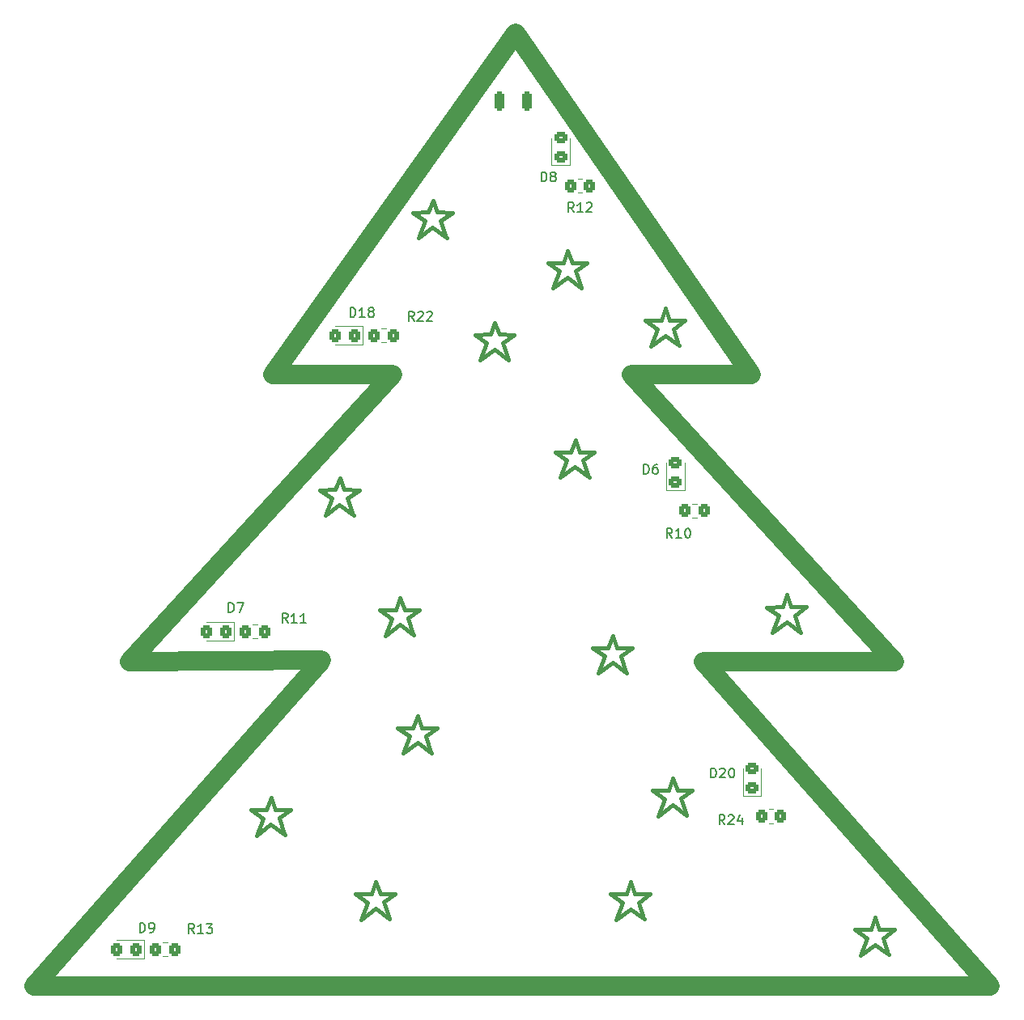
<source format=gto>
G04 #@! TF.GenerationSoftware,KiCad,Pcbnew,7.0.8*
G04 #@! TF.CreationDate,2024-11-08T22:29:11+01:00*
G04 #@! TF.ProjectId,PCB_Christmas_Tree.kicad_pcb_bez_logo_AGH,5043425f-4368-4726-9973-746d61735f54,rev?*
G04 #@! TF.SameCoordinates,Original*
G04 #@! TF.FileFunction,Legend,Top*
G04 #@! TF.FilePolarity,Positive*
%FSLAX46Y46*%
G04 Gerber Fmt 4.6, Leading zero omitted, Abs format (unit mm)*
G04 Created by KiCad (PCBNEW 7.0.8) date 2024-11-08 22:29:11*
%MOMM*%
%LPD*%
G01*
G04 APERTURE LIST*
G04 Aperture macros list*
%AMRoundRect*
0 Rectangle with rounded corners*
0 $1 Rounding radius*
0 $2 $3 $4 $5 $6 $7 $8 $9 X,Y pos of 4 corners*
0 Add a 4 corners polygon primitive as box body*
4,1,4,$2,$3,$4,$5,$6,$7,$8,$9,$2,$3,0*
0 Add four circle primitives for the rounded corners*
1,1,$1+$1,$2,$3*
1,1,$1+$1,$4,$5*
1,1,$1+$1,$6,$7*
1,1,$1+$1,$8,$9*
0 Add four rect primitives between the rounded corners*
20,1,$1+$1,$2,$3,$4,$5,0*
20,1,$1+$1,$4,$5,$6,$7,0*
20,1,$1+$1,$6,$7,$8,$9,0*
20,1,$1+$1,$8,$9,$2,$3,0*%
G04 Aperture macros list end*
%ADD10C,0.400000*%
%ADD11C,2.000000*%
%ADD12C,0.150000*%
%ADD13C,0.120000*%
%ADD14R,3.000000X2.000000*%
%ADD15RoundRect,0.250000X0.325000X0.450000X-0.325000X0.450000X-0.325000X-0.450000X0.325000X-0.450000X0*%
%ADD16RoundRect,0.250000X-0.350000X-0.450000X0.350000X-0.450000X0.350000X0.450000X-0.350000X0.450000X0*%
%ADD17RoundRect,0.250000X-0.250000X-0.750000X0.250000X-0.750000X0.250000X0.750000X-0.250000X0.750000X0*%
%ADD18RoundRect,0.250000X0.450000X-0.325000X0.450000X0.325000X-0.450000X0.325000X-0.450000X-0.325000X0*%
G04 APERTURE END LIST*
D10*
X80375000Y-132220000D02*
X81625000Y-133110000D01*
X83305000Y-133100000D02*
X83855000Y-134760000D01*
X82455000Y-133760000D02*
X80945000Y-134890000D01*
X82485000Y-130940000D02*
X82935000Y-132200000D01*
X82485000Y-130940000D02*
X82025000Y-132200000D01*
X80375000Y-132220000D02*
X82025000Y-132200000D01*
X82455000Y-133760000D02*
X83925000Y-134840000D01*
X81625000Y-133110000D02*
X80945000Y-134890000D01*
X84505000Y-132210000D02*
X82935000Y-132200000D01*
X83305000Y-133100000D02*
X84505000Y-132210000D01*
X123363000Y-102208000D02*
X125013000Y-102188000D01*
D11*
X116723000Y-107878000D02*
X146723000Y-141878000D01*
D10*
X126293000Y-103088000D02*
X126843000Y-104748000D01*
X126293000Y-103088000D02*
X127493000Y-102198000D01*
X104153000Y-86858000D02*
X105353000Y-85968000D01*
X113563000Y-120098000D02*
X114013000Y-121358000D01*
X109136000Y-130966000D02*
X108676000Y-132226000D01*
X132583000Y-135968000D02*
X134233000Y-135948000D01*
X95763000Y-74558000D02*
X96313000Y-76218000D01*
X103303000Y-87518000D02*
X104773000Y-88598000D01*
X89263000Y-61778000D02*
X90463000Y-60888000D01*
X72343000Y-124288000D02*
X72893000Y-125948000D01*
X85023000Y-101218000D02*
X84563000Y-102478000D01*
X102563000Y-64878000D02*
X102103000Y-66138000D01*
D11*
X71723000Y-77878000D02*
X84223000Y-77878000D01*
D10*
X115583000Y-121368000D02*
X114013000Y-121358000D01*
X111453000Y-121378000D02*
X112703000Y-122268000D01*
X94943000Y-72398000D02*
X94483000Y-73658000D01*
D12*
X97658000Y-43532000D02*
X95880000Y-43532000D01*
D10*
X113583000Y-73098000D02*
X114133000Y-74758000D01*
X87043000Y-102488000D02*
X85473000Y-102478000D01*
X92833000Y-73678000D02*
X94483000Y-73658000D01*
X87673000Y-115728000D02*
X88873000Y-114838000D01*
X85843000Y-103378000D02*
X87043000Y-102488000D01*
X86333000Y-60898000D02*
X87983000Y-60878000D01*
X69413000Y-123408000D02*
X70663000Y-124298000D01*
X102473000Y-86868000D02*
X101793000Y-88648000D01*
X85843000Y-103378000D02*
X86393000Y-105038000D01*
X88413000Y-62438000D02*
X89883000Y-63518000D01*
X112763000Y-70938000D02*
X112303000Y-72198000D01*
X134663000Y-137508000D02*
X133153000Y-138638000D01*
X84993000Y-104038000D02*
X83483000Y-105168000D01*
D11*
X146723000Y-141878000D02*
X46723000Y-141878000D01*
D10*
X111156000Y-132236000D02*
X109586000Y-132226000D01*
X79533000Y-90818000D02*
X80733000Y-89928000D01*
X88443000Y-59618000D02*
X87983000Y-60878000D01*
X84163000Y-103388000D02*
X83483000Y-105168000D01*
X107223000Y-107998000D02*
X108693000Y-109078000D01*
X94913000Y-75218000D02*
X96383000Y-76298000D01*
X105143000Y-106458000D02*
X106393000Y-107348000D01*
X109956000Y-133126000D02*
X111156000Y-132236000D01*
X103383000Y-67038000D02*
X104583000Y-66148000D01*
X134693000Y-134688000D02*
X134233000Y-135948000D01*
X88873000Y-114838000D02*
X87303000Y-114828000D01*
X112733000Y-73758000D02*
X114203000Y-74838000D01*
X86823000Y-116388000D02*
X88293000Y-117468000D01*
X114783000Y-72208000D02*
X113213000Y-72198000D01*
X127493000Y-102198000D02*
X125923000Y-102188000D01*
X71493000Y-124948000D02*
X72963000Y-126028000D01*
X96963000Y-73668000D02*
X95393000Y-73658000D01*
X94943000Y-72398000D02*
X95393000Y-73658000D01*
X88413000Y-62438000D02*
X86903000Y-63568000D01*
X87583000Y-61788000D02*
X86903000Y-63568000D01*
X124613000Y-103098000D02*
X123933000Y-104878000D01*
X106393000Y-107348000D02*
X105713000Y-109128000D01*
X108073000Y-107338000D02*
X108623000Y-108998000D01*
X82913000Y-102498000D02*
X84563000Y-102478000D01*
X100453000Y-66158000D02*
X102103000Y-66138000D01*
X104583000Y-66148000D02*
X103013000Y-66138000D01*
X78713000Y-88658000D02*
X78253000Y-89918000D01*
X84993000Y-104038000D02*
X86463000Y-105118000D01*
X78683000Y-91478000D02*
X80153000Y-92558000D01*
X85993000Y-115738000D02*
X85313000Y-117518000D01*
X112703000Y-122268000D02*
X112023000Y-124048000D01*
X104153000Y-86858000D02*
X104703000Y-88518000D01*
X113583000Y-73098000D02*
X114783000Y-72208000D01*
X72343000Y-124288000D02*
X73543000Y-123398000D01*
X76603000Y-89938000D02*
X78253000Y-89918000D01*
X101223000Y-85978000D02*
X102473000Y-86868000D01*
X94083000Y-74568000D02*
X93403000Y-76348000D01*
X114383000Y-122258000D02*
X114933000Y-123918000D01*
X89263000Y-61778000D02*
X89813000Y-63438000D01*
X88443000Y-59618000D02*
X88893000Y-60878000D01*
X103333000Y-84698000D02*
X102873000Y-85958000D01*
X113563000Y-120098000D02*
X113103000Y-121358000D01*
X132583000Y-135968000D02*
X133833000Y-136858000D01*
X112763000Y-70938000D02*
X113213000Y-72198000D01*
X102533000Y-67698000D02*
X104003000Y-68778000D01*
X92833000Y-73678000D02*
X94083000Y-74568000D01*
X103303000Y-87518000D02*
X101793000Y-88648000D01*
X73543000Y-123398000D02*
X71973000Y-123388000D01*
X134693000Y-134688000D02*
X135143000Y-135948000D01*
X125473000Y-100928000D02*
X125013000Y-102188000D01*
X71523000Y-122128000D02*
X71063000Y-123388000D01*
D11*
X97108000Y-42163000D02*
X121723000Y-77878000D01*
D10*
X84743000Y-114848000D02*
X86393000Y-114828000D01*
X90463000Y-60888000D02*
X88893000Y-60878000D01*
X103383000Y-67038000D02*
X103933000Y-68698000D01*
X94913000Y-75218000D02*
X93403000Y-76348000D01*
X109106000Y-133786000D02*
X110576000Y-134866000D01*
X133833000Y-136858000D02*
X133153000Y-138638000D01*
X108276000Y-133136000D02*
X107596000Y-134916000D01*
X125473000Y-100928000D02*
X125923000Y-102188000D01*
X107223000Y-107998000D02*
X105713000Y-109128000D01*
X112733000Y-73758000D02*
X111223000Y-74888000D01*
D11*
X136723000Y-107878000D02*
X116723000Y-107878000D01*
D10*
X78683000Y-91478000D02*
X77173000Y-92608000D01*
X109273000Y-106448000D02*
X107703000Y-106438000D01*
X109106000Y-133786000D02*
X107596000Y-134916000D01*
X134663000Y-137508000D02*
X136133000Y-138588000D01*
X87673000Y-115728000D02*
X88223000Y-117388000D01*
D11*
X76723000Y-107878000D02*
X46723000Y-141878000D01*
D10*
X135513000Y-136848000D02*
X136713000Y-135958000D01*
X111453000Y-121378000D02*
X113103000Y-121358000D01*
X136713000Y-135958000D02*
X135143000Y-135948000D01*
X86823000Y-116388000D02*
X85313000Y-117518000D01*
X125443000Y-103748000D02*
X126913000Y-104828000D01*
X70663000Y-124298000D02*
X69983000Y-126078000D01*
D11*
X109223000Y-77878000D02*
X136723000Y-107878000D01*
D10*
X109136000Y-130966000D02*
X109586000Y-132226000D01*
X108073000Y-107338000D02*
X109273000Y-106448000D01*
X86853000Y-113568000D02*
X86393000Y-114828000D01*
D11*
X97108000Y-42163000D02*
X71723000Y-77878000D01*
D10*
X107026000Y-132246000D02*
X108676000Y-132226000D01*
X86853000Y-113568000D02*
X87303000Y-114828000D01*
X105143000Y-106458000D02*
X106793000Y-106438000D01*
X110653000Y-72218000D02*
X111903000Y-73108000D01*
X71493000Y-124948000D02*
X69983000Y-126078000D01*
X101223000Y-85978000D02*
X102873000Y-85958000D01*
X76603000Y-89938000D02*
X77853000Y-90828000D01*
X69413000Y-123408000D02*
X71063000Y-123388000D01*
X86333000Y-60898000D02*
X87583000Y-61788000D01*
D11*
X84223000Y-77878000D02*
X56723000Y-107878000D01*
D10*
X95763000Y-74558000D02*
X96963000Y-73668000D01*
X85023000Y-101218000D02*
X85473000Y-102478000D01*
X109956000Y-133126000D02*
X110506000Y-134786000D01*
X71523000Y-122128000D02*
X71973000Y-123388000D01*
X102563000Y-64878000D02*
X103013000Y-66138000D01*
X103333000Y-84698000D02*
X103783000Y-85958000D01*
X135513000Y-136848000D02*
X136063000Y-138508000D01*
X102533000Y-67698000D02*
X101023000Y-68828000D01*
X105353000Y-85968000D02*
X103783000Y-85958000D01*
X82913000Y-102498000D02*
X84163000Y-103388000D01*
D11*
X109223000Y-77878000D02*
X121723000Y-77878000D01*
D10*
X111903000Y-73108000D02*
X111223000Y-74888000D01*
X78713000Y-88658000D02*
X79163000Y-89918000D01*
X110653000Y-72218000D02*
X112303000Y-72198000D01*
X125443000Y-103748000D02*
X123933000Y-104878000D01*
X77853000Y-90828000D02*
X77173000Y-92608000D01*
X107253000Y-105178000D02*
X106793000Y-106438000D01*
X79533000Y-90818000D02*
X80083000Y-92478000D01*
X101703000Y-67048000D02*
X101023000Y-68828000D01*
X113533000Y-122918000D02*
X112023000Y-124048000D01*
X107253000Y-105178000D02*
X107703000Y-106438000D01*
X123363000Y-102208000D02*
X124613000Y-103098000D01*
X114383000Y-122258000D02*
X115583000Y-121368000D01*
X113533000Y-122918000D02*
X115003000Y-123998000D01*
D11*
X76743000Y-107758000D02*
X56723000Y-107878000D01*
D10*
X100453000Y-66158000D02*
X101703000Y-67048000D01*
X107026000Y-132246000D02*
X108276000Y-133136000D01*
X80733000Y-89928000D02*
X79163000Y-89918000D01*
X84743000Y-114848000D02*
X85993000Y-115738000D01*
D12*
X57784905Y-136252819D02*
X57784905Y-135252819D01*
X57784905Y-135252819D02*
X58023000Y-135252819D01*
X58023000Y-135252819D02*
X58165857Y-135300438D01*
X58165857Y-135300438D02*
X58261095Y-135395676D01*
X58261095Y-135395676D02*
X58308714Y-135490914D01*
X58308714Y-135490914D02*
X58356333Y-135681390D01*
X58356333Y-135681390D02*
X58356333Y-135824247D01*
X58356333Y-135824247D02*
X58308714Y-136014723D01*
X58308714Y-136014723D02*
X58261095Y-136109961D01*
X58261095Y-136109961D02*
X58165857Y-136205200D01*
X58165857Y-136205200D02*
X58023000Y-136252819D01*
X58023000Y-136252819D02*
X57784905Y-136252819D01*
X58832524Y-136252819D02*
X59023000Y-136252819D01*
X59023000Y-136252819D02*
X59118238Y-136205200D01*
X59118238Y-136205200D02*
X59165857Y-136157580D01*
X59165857Y-136157580D02*
X59261095Y-136014723D01*
X59261095Y-136014723D02*
X59308714Y-135824247D01*
X59308714Y-135824247D02*
X59308714Y-135443295D01*
X59308714Y-135443295D02*
X59261095Y-135348057D01*
X59261095Y-135348057D02*
X59213476Y-135300438D01*
X59213476Y-135300438D02*
X59118238Y-135252819D01*
X59118238Y-135252819D02*
X58927762Y-135252819D01*
X58927762Y-135252819D02*
X58832524Y-135300438D01*
X58832524Y-135300438D02*
X58784905Y-135348057D01*
X58784905Y-135348057D02*
X58737286Y-135443295D01*
X58737286Y-135443295D02*
X58737286Y-135681390D01*
X58737286Y-135681390D02*
X58784905Y-135776628D01*
X58784905Y-135776628D02*
X58832524Y-135824247D01*
X58832524Y-135824247D02*
X58927762Y-135871866D01*
X58927762Y-135871866D02*
X59118238Y-135871866D01*
X59118238Y-135871866D02*
X59213476Y-135824247D01*
X59213476Y-135824247D02*
X59261095Y-135776628D01*
X59261095Y-135776628D02*
X59308714Y-135681390D01*
X103180142Y-60852819D02*
X102846809Y-60376628D01*
X102608714Y-60852819D02*
X102608714Y-59852819D01*
X102608714Y-59852819D02*
X102989666Y-59852819D01*
X102989666Y-59852819D02*
X103084904Y-59900438D01*
X103084904Y-59900438D02*
X103132523Y-59948057D01*
X103132523Y-59948057D02*
X103180142Y-60043295D01*
X103180142Y-60043295D02*
X103180142Y-60186152D01*
X103180142Y-60186152D02*
X103132523Y-60281390D01*
X103132523Y-60281390D02*
X103084904Y-60329009D01*
X103084904Y-60329009D02*
X102989666Y-60376628D01*
X102989666Y-60376628D02*
X102608714Y-60376628D01*
X104132523Y-60852819D02*
X103561095Y-60852819D01*
X103846809Y-60852819D02*
X103846809Y-59852819D01*
X103846809Y-59852819D02*
X103751571Y-59995676D01*
X103751571Y-59995676D02*
X103656333Y-60090914D01*
X103656333Y-60090914D02*
X103561095Y-60138533D01*
X104513476Y-59948057D02*
X104561095Y-59900438D01*
X104561095Y-59900438D02*
X104656333Y-59852819D01*
X104656333Y-59852819D02*
X104894428Y-59852819D01*
X104894428Y-59852819D02*
X104989666Y-59900438D01*
X104989666Y-59900438D02*
X105037285Y-59948057D01*
X105037285Y-59948057D02*
X105084904Y-60043295D01*
X105084904Y-60043295D02*
X105084904Y-60138533D01*
X105084904Y-60138533D02*
X105037285Y-60281390D01*
X105037285Y-60281390D02*
X104465857Y-60852819D01*
X104465857Y-60852819D02*
X105084904Y-60852819D01*
X117508714Y-120052819D02*
X117508714Y-119052819D01*
X117508714Y-119052819D02*
X117746809Y-119052819D01*
X117746809Y-119052819D02*
X117889666Y-119100438D01*
X117889666Y-119100438D02*
X117984904Y-119195676D01*
X117984904Y-119195676D02*
X118032523Y-119290914D01*
X118032523Y-119290914D02*
X118080142Y-119481390D01*
X118080142Y-119481390D02*
X118080142Y-119624247D01*
X118080142Y-119624247D02*
X118032523Y-119814723D01*
X118032523Y-119814723D02*
X117984904Y-119909961D01*
X117984904Y-119909961D02*
X117889666Y-120005200D01*
X117889666Y-120005200D02*
X117746809Y-120052819D01*
X117746809Y-120052819D02*
X117508714Y-120052819D01*
X118461095Y-119148057D02*
X118508714Y-119100438D01*
X118508714Y-119100438D02*
X118603952Y-119052819D01*
X118603952Y-119052819D02*
X118842047Y-119052819D01*
X118842047Y-119052819D02*
X118937285Y-119100438D01*
X118937285Y-119100438D02*
X118984904Y-119148057D01*
X118984904Y-119148057D02*
X119032523Y-119243295D01*
X119032523Y-119243295D02*
X119032523Y-119338533D01*
X119032523Y-119338533D02*
X118984904Y-119481390D01*
X118984904Y-119481390D02*
X118413476Y-120052819D01*
X118413476Y-120052819D02*
X119032523Y-120052819D01*
X119651571Y-119052819D02*
X119746809Y-119052819D01*
X119746809Y-119052819D02*
X119842047Y-119100438D01*
X119842047Y-119100438D02*
X119889666Y-119148057D01*
X119889666Y-119148057D02*
X119937285Y-119243295D01*
X119937285Y-119243295D02*
X119984904Y-119433771D01*
X119984904Y-119433771D02*
X119984904Y-119671866D01*
X119984904Y-119671866D02*
X119937285Y-119862342D01*
X119937285Y-119862342D02*
X119889666Y-119957580D01*
X119889666Y-119957580D02*
X119842047Y-120005200D01*
X119842047Y-120005200D02*
X119746809Y-120052819D01*
X119746809Y-120052819D02*
X119651571Y-120052819D01*
X119651571Y-120052819D02*
X119556333Y-120005200D01*
X119556333Y-120005200D02*
X119508714Y-119957580D01*
X119508714Y-119957580D02*
X119461095Y-119862342D01*
X119461095Y-119862342D02*
X119413476Y-119671866D01*
X119413476Y-119671866D02*
X119413476Y-119433771D01*
X119413476Y-119433771D02*
X119461095Y-119243295D01*
X119461095Y-119243295D02*
X119508714Y-119148057D01*
X119508714Y-119148057D02*
X119556333Y-119100438D01*
X119556333Y-119100438D02*
X119651571Y-119052819D01*
X110484905Y-88252819D02*
X110484905Y-87252819D01*
X110484905Y-87252819D02*
X110723000Y-87252819D01*
X110723000Y-87252819D02*
X110865857Y-87300438D01*
X110865857Y-87300438D02*
X110961095Y-87395676D01*
X110961095Y-87395676D02*
X111008714Y-87490914D01*
X111008714Y-87490914D02*
X111056333Y-87681390D01*
X111056333Y-87681390D02*
X111056333Y-87824247D01*
X111056333Y-87824247D02*
X111008714Y-88014723D01*
X111008714Y-88014723D02*
X110961095Y-88109961D01*
X110961095Y-88109961D02*
X110865857Y-88205200D01*
X110865857Y-88205200D02*
X110723000Y-88252819D01*
X110723000Y-88252819D02*
X110484905Y-88252819D01*
X111913476Y-87252819D02*
X111723000Y-87252819D01*
X111723000Y-87252819D02*
X111627762Y-87300438D01*
X111627762Y-87300438D02*
X111580143Y-87348057D01*
X111580143Y-87348057D02*
X111484905Y-87490914D01*
X111484905Y-87490914D02*
X111437286Y-87681390D01*
X111437286Y-87681390D02*
X111437286Y-88062342D01*
X111437286Y-88062342D02*
X111484905Y-88157580D01*
X111484905Y-88157580D02*
X111532524Y-88205200D01*
X111532524Y-88205200D02*
X111627762Y-88252819D01*
X111627762Y-88252819D02*
X111818238Y-88252819D01*
X111818238Y-88252819D02*
X111913476Y-88205200D01*
X111913476Y-88205200D02*
X111961095Y-88157580D01*
X111961095Y-88157580D02*
X112008714Y-88062342D01*
X112008714Y-88062342D02*
X112008714Y-87824247D01*
X112008714Y-87824247D02*
X111961095Y-87729009D01*
X111961095Y-87729009D02*
X111913476Y-87681390D01*
X111913476Y-87681390D02*
X111818238Y-87633771D01*
X111818238Y-87633771D02*
X111627762Y-87633771D01*
X111627762Y-87633771D02*
X111532524Y-87681390D01*
X111532524Y-87681390D02*
X111484905Y-87729009D01*
X111484905Y-87729009D02*
X111437286Y-87824247D01*
X118980142Y-124952819D02*
X118646809Y-124476628D01*
X118408714Y-124952819D02*
X118408714Y-123952819D01*
X118408714Y-123952819D02*
X118789666Y-123952819D01*
X118789666Y-123952819D02*
X118884904Y-124000438D01*
X118884904Y-124000438D02*
X118932523Y-124048057D01*
X118932523Y-124048057D02*
X118980142Y-124143295D01*
X118980142Y-124143295D02*
X118980142Y-124286152D01*
X118980142Y-124286152D02*
X118932523Y-124381390D01*
X118932523Y-124381390D02*
X118884904Y-124429009D01*
X118884904Y-124429009D02*
X118789666Y-124476628D01*
X118789666Y-124476628D02*
X118408714Y-124476628D01*
X119361095Y-124048057D02*
X119408714Y-124000438D01*
X119408714Y-124000438D02*
X119503952Y-123952819D01*
X119503952Y-123952819D02*
X119742047Y-123952819D01*
X119742047Y-123952819D02*
X119837285Y-124000438D01*
X119837285Y-124000438D02*
X119884904Y-124048057D01*
X119884904Y-124048057D02*
X119932523Y-124143295D01*
X119932523Y-124143295D02*
X119932523Y-124238533D01*
X119932523Y-124238533D02*
X119884904Y-124381390D01*
X119884904Y-124381390D02*
X119313476Y-124952819D01*
X119313476Y-124952819D02*
X119932523Y-124952819D01*
X120789666Y-124286152D02*
X120789666Y-124952819D01*
X120551571Y-123905200D02*
X120313476Y-124619485D01*
X120313476Y-124619485D02*
X120932523Y-124619485D01*
X67074905Y-102752819D02*
X67074905Y-101752819D01*
X67074905Y-101752819D02*
X67313000Y-101752819D01*
X67313000Y-101752819D02*
X67455857Y-101800438D01*
X67455857Y-101800438D02*
X67551095Y-101895676D01*
X67551095Y-101895676D02*
X67598714Y-101990914D01*
X67598714Y-101990914D02*
X67646333Y-102181390D01*
X67646333Y-102181390D02*
X67646333Y-102324247D01*
X67646333Y-102324247D02*
X67598714Y-102514723D01*
X67598714Y-102514723D02*
X67551095Y-102609961D01*
X67551095Y-102609961D02*
X67455857Y-102705200D01*
X67455857Y-102705200D02*
X67313000Y-102752819D01*
X67313000Y-102752819D02*
X67074905Y-102752819D01*
X67979667Y-101752819D02*
X68646333Y-101752819D01*
X68646333Y-101752819D02*
X68217762Y-102752819D01*
X79808714Y-71852819D02*
X79808714Y-70852819D01*
X79808714Y-70852819D02*
X80046809Y-70852819D01*
X80046809Y-70852819D02*
X80189666Y-70900438D01*
X80189666Y-70900438D02*
X80284904Y-70995676D01*
X80284904Y-70995676D02*
X80332523Y-71090914D01*
X80332523Y-71090914D02*
X80380142Y-71281390D01*
X80380142Y-71281390D02*
X80380142Y-71424247D01*
X80380142Y-71424247D02*
X80332523Y-71614723D01*
X80332523Y-71614723D02*
X80284904Y-71709961D01*
X80284904Y-71709961D02*
X80189666Y-71805200D01*
X80189666Y-71805200D02*
X80046809Y-71852819D01*
X80046809Y-71852819D02*
X79808714Y-71852819D01*
X81332523Y-71852819D02*
X80761095Y-71852819D01*
X81046809Y-71852819D02*
X81046809Y-70852819D01*
X81046809Y-70852819D02*
X80951571Y-70995676D01*
X80951571Y-70995676D02*
X80856333Y-71090914D01*
X80856333Y-71090914D02*
X80761095Y-71138533D01*
X81903952Y-71281390D02*
X81808714Y-71233771D01*
X81808714Y-71233771D02*
X81761095Y-71186152D01*
X81761095Y-71186152D02*
X81713476Y-71090914D01*
X81713476Y-71090914D02*
X81713476Y-71043295D01*
X81713476Y-71043295D02*
X81761095Y-70948057D01*
X81761095Y-70948057D02*
X81808714Y-70900438D01*
X81808714Y-70900438D02*
X81903952Y-70852819D01*
X81903952Y-70852819D02*
X82094428Y-70852819D01*
X82094428Y-70852819D02*
X82189666Y-70900438D01*
X82189666Y-70900438D02*
X82237285Y-70948057D01*
X82237285Y-70948057D02*
X82284904Y-71043295D01*
X82284904Y-71043295D02*
X82284904Y-71090914D01*
X82284904Y-71090914D02*
X82237285Y-71186152D01*
X82237285Y-71186152D02*
X82189666Y-71233771D01*
X82189666Y-71233771D02*
X82094428Y-71281390D01*
X82094428Y-71281390D02*
X81903952Y-71281390D01*
X81903952Y-71281390D02*
X81808714Y-71329009D01*
X81808714Y-71329009D02*
X81761095Y-71376628D01*
X81761095Y-71376628D02*
X81713476Y-71471866D01*
X81713476Y-71471866D02*
X81713476Y-71662342D01*
X81713476Y-71662342D02*
X81761095Y-71757580D01*
X81761095Y-71757580D02*
X81808714Y-71805200D01*
X81808714Y-71805200D02*
X81903952Y-71852819D01*
X81903952Y-71852819D02*
X82094428Y-71852819D01*
X82094428Y-71852819D02*
X82189666Y-71805200D01*
X82189666Y-71805200D02*
X82237285Y-71757580D01*
X82237285Y-71757580D02*
X82284904Y-71662342D01*
X82284904Y-71662342D02*
X82284904Y-71471866D01*
X82284904Y-71471866D02*
X82237285Y-71376628D01*
X82237285Y-71376628D02*
X82189666Y-71329009D01*
X82189666Y-71329009D02*
X82094428Y-71281390D01*
X113480142Y-94952819D02*
X113146809Y-94476628D01*
X112908714Y-94952819D02*
X112908714Y-93952819D01*
X112908714Y-93952819D02*
X113289666Y-93952819D01*
X113289666Y-93952819D02*
X113384904Y-94000438D01*
X113384904Y-94000438D02*
X113432523Y-94048057D01*
X113432523Y-94048057D02*
X113480142Y-94143295D01*
X113480142Y-94143295D02*
X113480142Y-94286152D01*
X113480142Y-94286152D02*
X113432523Y-94381390D01*
X113432523Y-94381390D02*
X113384904Y-94429009D01*
X113384904Y-94429009D02*
X113289666Y-94476628D01*
X113289666Y-94476628D02*
X112908714Y-94476628D01*
X114432523Y-94952819D02*
X113861095Y-94952819D01*
X114146809Y-94952819D02*
X114146809Y-93952819D01*
X114146809Y-93952819D02*
X114051571Y-94095676D01*
X114051571Y-94095676D02*
X113956333Y-94190914D01*
X113956333Y-94190914D02*
X113861095Y-94238533D01*
X115051571Y-93952819D02*
X115146809Y-93952819D01*
X115146809Y-93952819D02*
X115242047Y-94000438D01*
X115242047Y-94000438D02*
X115289666Y-94048057D01*
X115289666Y-94048057D02*
X115337285Y-94143295D01*
X115337285Y-94143295D02*
X115384904Y-94333771D01*
X115384904Y-94333771D02*
X115384904Y-94571866D01*
X115384904Y-94571866D02*
X115337285Y-94762342D01*
X115337285Y-94762342D02*
X115289666Y-94857580D01*
X115289666Y-94857580D02*
X115242047Y-94905200D01*
X115242047Y-94905200D02*
X115146809Y-94952819D01*
X115146809Y-94952819D02*
X115051571Y-94952819D01*
X115051571Y-94952819D02*
X114956333Y-94905200D01*
X114956333Y-94905200D02*
X114908714Y-94857580D01*
X114908714Y-94857580D02*
X114861095Y-94762342D01*
X114861095Y-94762342D02*
X114813476Y-94571866D01*
X114813476Y-94571866D02*
X114813476Y-94333771D01*
X114813476Y-94333771D02*
X114861095Y-94143295D01*
X114861095Y-94143295D02*
X114908714Y-94048057D01*
X114908714Y-94048057D02*
X114956333Y-94000438D01*
X114956333Y-94000438D02*
X115051571Y-93952819D01*
X63480142Y-136352819D02*
X63146809Y-135876628D01*
X62908714Y-136352819D02*
X62908714Y-135352819D01*
X62908714Y-135352819D02*
X63289666Y-135352819D01*
X63289666Y-135352819D02*
X63384904Y-135400438D01*
X63384904Y-135400438D02*
X63432523Y-135448057D01*
X63432523Y-135448057D02*
X63480142Y-135543295D01*
X63480142Y-135543295D02*
X63480142Y-135686152D01*
X63480142Y-135686152D02*
X63432523Y-135781390D01*
X63432523Y-135781390D02*
X63384904Y-135829009D01*
X63384904Y-135829009D02*
X63289666Y-135876628D01*
X63289666Y-135876628D02*
X62908714Y-135876628D01*
X64432523Y-136352819D02*
X63861095Y-136352819D01*
X64146809Y-136352819D02*
X64146809Y-135352819D01*
X64146809Y-135352819D02*
X64051571Y-135495676D01*
X64051571Y-135495676D02*
X63956333Y-135590914D01*
X63956333Y-135590914D02*
X63861095Y-135638533D01*
X64765857Y-135352819D02*
X65384904Y-135352819D01*
X65384904Y-135352819D02*
X65051571Y-135733771D01*
X65051571Y-135733771D02*
X65194428Y-135733771D01*
X65194428Y-135733771D02*
X65289666Y-135781390D01*
X65289666Y-135781390D02*
X65337285Y-135829009D01*
X65337285Y-135829009D02*
X65384904Y-135924247D01*
X65384904Y-135924247D02*
X65384904Y-136162342D01*
X65384904Y-136162342D02*
X65337285Y-136257580D01*
X65337285Y-136257580D02*
X65289666Y-136305200D01*
X65289666Y-136305200D02*
X65194428Y-136352819D01*
X65194428Y-136352819D02*
X64908714Y-136352819D01*
X64908714Y-136352819D02*
X64813476Y-136305200D01*
X64813476Y-136305200D02*
X64765857Y-136257580D01*
X86480142Y-72252819D02*
X86146809Y-71776628D01*
X85908714Y-72252819D02*
X85908714Y-71252819D01*
X85908714Y-71252819D02*
X86289666Y-71252819D01*
X86289666Y-71252819D02*
X86384904Y-71300438D01*
X86384904Y-71300438D02*
X86432523Y-71348057D01*
X86432523Y-71348057D02*
X86480142Y-71443295D01*
X86480142Y-71443295D02*
X86480142Y-71586152D01*
X86480142Y-71586152D02*
X86432523Y-71681390D01*
X86432523Y-71681390D02*
X86384904Y-71729009D01*
X86384904Y-71729009D02*
X86289666Y-71776628D01*
X86289666Y-71776628D02*
X85908714Y-71776628D01*
X86861095Y-71348057D02*
X86908714Y-71300438D01*
X86908714Y-71300438D02*
X87003952Y-71252819D01*
X87003952Y-71252819D02*
X87242047Y-71252819D01*
X87242047Y-71252819D02*
X87337285Y-71300438D01*
X87337285Y-71300438D02*
X87384904Y-71348057D01*
X87384904Y-71348057D02*
X87432523Y-71443295D01*
X87432523Y-71443295D02*
X87432523Y-71538533D01*
X87432523Y-71538533D02*
X87384904Y-71681390D01*
X87384904Y-71681390D02*
X86813476Y-72252819D01*
X86813476Y-72252819D02*
X87432523Y-72252819D01*
X87813476Y-71348057D02*
X87861095Y-71300438D01*
X87861095Y-71300438D02*
X87956333Y-71252819D01*
X87956333Y-71252819D02*
X88194428Y-71252819D01*
X88194428Y-71252819D02*
X88289666Y-71300438D01*
X88289666Y-71300438D02*
X88337285Y-71348057D01*
X88337285Y-71348057D02*
X88384904Y-71443295D01*
X88384904Y-71443295D02*
X88384904Y-71538533D01*
X88384904Y-71538533D02*
X88337285Y-71681390D01*
X88337285Y-71681390D02*
X87765857Y-72252819D01*
X87765857Y-72252819D02*
X88384904Y-72252819D01*
X73280142Y-103852819D02*
X72946809Y-103376628D01*
X72708714Y-103852819D02*
X72708714Y-102852819D01*
X72708714Y-102852819D02*
X73089666Y-102852819D01*
X73089666Y-102852819D02*
X73184904Y-102900438D01*
X73184904Y-102900438D02*
X73232523Y-102948057D01*
X73232523Y-102948057D02*
X73280142Y-103043295D01*
X73280142Y-103043295D02*
X73280142Y-103186152D01*
X73280142Y-103186152D02*
X73232523Y-103281390D01*
X73232523Y-103281390D02*
X73184904Y-103329009D01*
X73184904Y-103329009D02*
X73089666Y-103376628D01*
X73089666Y-103376628D02*
X72708714Y-103376628D01*
X74232523Y-103852819D02*
X73661095Y-103852819D01*
X73946809Y-103852819D02*
X73946809Y-102852819D01*
X73946809Y-102852819D02*
X73851571Y-102995676D01*
X73851571Y-102995676D02*
X73756333Y-103090914D01*
X73756333Y-103090914D02*
X73661095Y-103138533D01*
X75184904Y-103852819D02*
X74613476Y-103852819D01*
X74899190Y-103852819D02*
X74899190Y-102852819D01*
X74899190Y-102852819D02*
X74803952Y-102995676D01*
X74803952Y-102995676D02*
X74708714Y-103090914D01*
X74708714Y-103090914D02*
X74613476Y-103138533D01*
X99784905Y-57652819D02*
X99784905Y-56652819D01*
X99784905Y-56652819D02*
X100023000Y-56652819D01*
X100023000Y-56652819D02*
X100165857Y-56700438D01*
X100165857Y-56700438D02*
X100261095Y-56795676D01*
X100261095Y-56795676D02*
X100308714Y-56890914D01*
X100308714Y-56890914D02*
X100356333Y-57081390D01*
X100356333Y-57081390D02*
X100356333Y-57224247D01*
X100356333Y-57224247D02*
X100308714Y-57414723D01*
X100308714Y-57414723D02*
X100261095Y-57509961D01*
X100261095Y-57509961D02*
X100165857Y-57605200D01*
X100165857Y-57605200D02*
X100023000Y-57652819D01*
X100023000Y-57652819D02*
X99784905Y-57652819D01*
X100927762Y-57081390D02*
X100832524Y-57033771D01*
X100832524Y-57033771D02*
X100784905Y-56986152D01*
X100784905Y-56986152D02*
X100737286Y-56890914D01*
X100737286Y-56890914D02*
X100737286Y-56843295D01*
X100737286Y-56843295D02*
X100784905Y-56748057D01*
X100784905Y-56748057D02*
X100832524Y-56700438D01*
X100832524Y-56700438D02*
X100927762Y-56652819D01*
X100927762Y-56652819D02*
X101118238Y-56652819D01*
X101118238Y-56652819D02*
X101213476Y-56700438D01*
X101213476Y-56700438D02*
X101261095Y-56748057D01*
X101261095Y-56748057D02*
X101308714Y-56843295D01*
X101308714Y-56843295D02*
X101308714Y-56890914D01*
X101308714Y-56890914D02*
X101261095Y-56986152D01*
X101261095Y-56986152D02*
X101213476Y-57033771D01*
X101213476Y-57033771D02*
X101118238Y-57081390D01*
X101118238Y-57081390D02*
X100927762Y-57081390D01*
X100927762Y-57081390D02*
X100832524Y-57129009D01*
X100832524Y-57129009D02*
X100784905Y-57176628D01*
X100784905Y-57176628D02*
X100737286Y-57271866D01*
X100737286Y-57271866D02*
X100737286Y-57462342D01*
X100737286Y-57462342D02*
X100784905Y-57557580D01*
X100784905Y-57557580D02*
X100832524Y-57605200D01*
X100832524Y-57605200D02*
X100927762Y-57652819D01*
X100927762Y-57652819D02*
X101118238Y-57652819D01*
X101118238Y-57652819D02*
X101213476Y-57605200D01*
X101213476Y-57605200D02*
X101261095Y-57557580D01*
X101261095Y-57557580D02*
X101308714Y-57462342D01*
X101308714Y-57462342D02*
X101308714Y-57271866D01*
X101308714Y-57271866D02*
X101261095Y-57176628D01*
X101261095Y-57176628D02*
X101213476Y-57129009D01*
X101213476Y-57129009D02*
X101118238Y-57081390D01*
D13*
X58243000Y-138980000D02*
X58243000Y-137060000D01*
X58243000Y-137060000D02*
X55383000Y-137060000D01*
X55383000Y-138980000D02*
X58243000Y-138980000D01*
X103595936Y-57363000D02*
X104050064Y-57363000D01*
X103595936Y-58833000D02*
X104050064Y-58833000D01*
X120863000Y-121983000D02*
X122783000Y-121983000D01*
X122783000Y-121983000D02*
X122783000Y-119123000D01*
X120863000Y-119123000D02*
X120863000Y-121983000D01*
X112863000Y-89958000D02*
X114783000Y-89958000D01*
X114783000Y-89958000D02*
X114783000Y-87098000D01*
X112863000Y-87098000D02*
X112863000Y-89958000D01*
X123595936Y-123363000D02*
X124050064Y-123363000D01*
X123595936Y-124833000D02*
X124050064Y-124833000D01*
X67632000Y-105706000D02*
X67632000Y-103786000D01*
X67632000Y-103786000D02*
X64772000Y-103786000D01*
X64772000Y-105706000D02*
X67632000Y-105706000D01*
X81094000Y-74718000D02*
X81094000Y-72798000D01*
X81094000Y-72798000D02*
X78234000Y-72798000D01*
X78234000Y-74718000D02*
X81094000Y-74718000D01*
X115595936Y-91363000D02*
X116050064Y-91363000D01*
X115595936Y-92833000D02*
X116050064Y-92833000D01*
X60219936Y-137285000D02*
X60674064Y-137285000D01*
X60219936Y-138755000D02*
X60674064Y-138755000D01*
X83079936Y-73023000D02*
X83534064Y-73023000D01*
X83079936Y-74493000D02*
X83534064Y-74493000D01*
X69608936Y-104011000D02*
X70063064Y-104011000D01*
X69608936Y-105481000D02*
X70063064Y-105481000D01*
X100863000Y-55958000D02*
X102783000Y-55958000D01*
X102783000Y-55958000D02*
X102783000Y-53098000D01*
X100863000Y-53098000D02*
X100863000Y-55958000D01*
%LPC*%
D14*
X98823000Y-94208000D03*
X98823000Y-97510000D03*
X98823000Y-100812000D03*
X98823000Y-103860000D03*
D15*
X57408000Y-138020000D03*
X55358000Y-138020000D03*
D16*
X102823000Y-58098000D03*
X104823000Y-58098000D03*
D17*
X95372000Y-49247000D03*
D18*
X121823000Y-121148000D03*
X121823000Y-119098000D03*
X113823000Y-89123000D03*
X113823000Y-87073000D03*
D16*
X122823000Y-124098000D03*
X124823000Y-124098000D03*
D15*
X66797000Y-104746000D03*
X64747000Y-104746000D03*
X80259000Y-73758000D03*
X78209000Y-73758000D03*
D16*
X114823000Y-92098000D03*
X116823000Y-92098000D03*
X59447000Y-138020000D03*
X61447000Y-138020000D03*
X82307000Y-73758000D03*
X84307000Y-73758000D03*
X68836000Y-104746000D03*
X70836000Y-104746000D03*
D17*
X98293000Y-49247000D03*
D18*
X101823000Y-55123000D03*
X101823000Y-53073000D03*
%LPD*%
M02*

</source>
